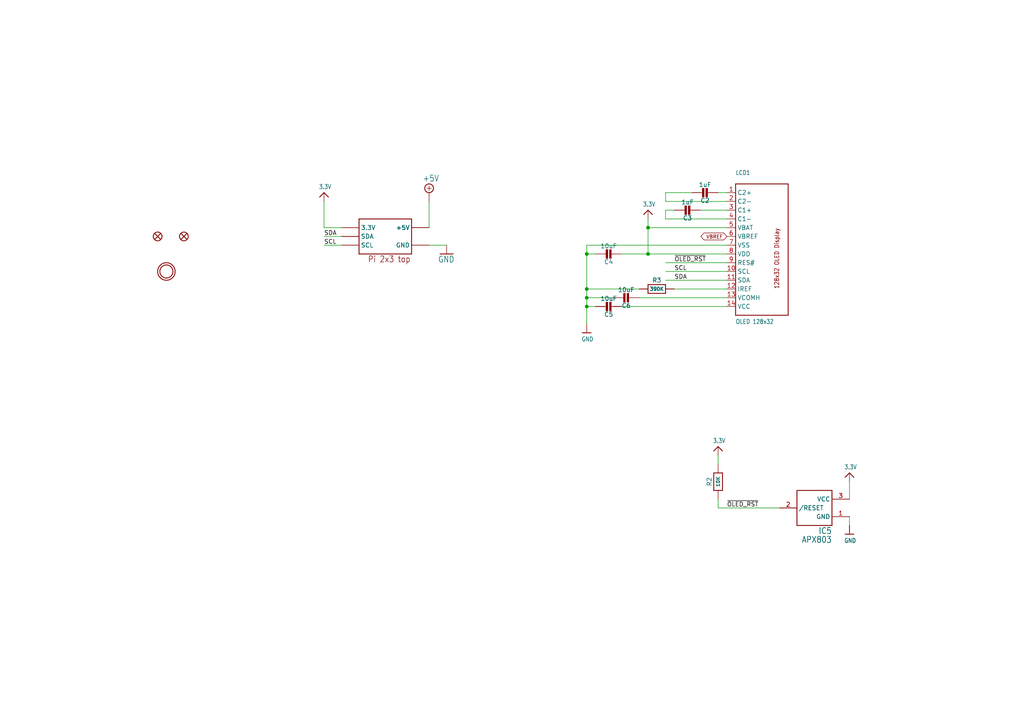
<source format=kicad_sch>
(kicad_sch (version 20230121) (generator eeschema)
  (paper "A4")
  (lib_symbols
    (symbol "working-eagle-import:+5V" (power)
      (property "Value" "+5V" (at -1.905 3.175 0))
      (symbol "+5V_1_0"
        (polyline (pts (xy -0.635 1.27) (xy 0.635 1.27)) (stroke (width 0.1524)))
        (polyline (pts (xy 0 0.635) (xy 0 1.905)) (stroke (width 0.1524)))
        (circle (center 0 1.27) (radius 1.27) (stroke (width 0.254)))
        (pin power_in line (at 0 -2.54 90) (length 2.54) (name "+5V") (number "1"))
      )
    )
    (symbol "working-eagle-import:3.3V" (power)
      (property "Value" "3.3V" (at -1.524 1.016 0))
      (symbol "3.3V_1_0"
        (polyline (pts (xy -1.27 -1.27) (xy 0 0)) (stroke (width 0.254)))
        (polyline (pts (xy 0 0) (xy 1.27 -1.27)) (stroke (width 0.254)))
        (pin power_in line (at 0 -2.54 90) (length 2.54) (name "3.3V") (number "1"))
      )
    )
    (symbol "working-eagle-import:AXP083-SAG"
      (property "Reference" "IC" (at -5.08 -7.62 0))
      (symbol "AXP083-SAG_1_0"
        (polyline (pts (xy -5.08 -5.08) (xy -5.08 5.08)) (stroke (width 0.254)))
        (polyline (pts (xy -5.08 5.08) (xy 5.08 5.08)) (stroke (width 0.254)))
        (polyline (pts (xy 5.08 -5.08) (xy -5.08 -5.08)) (stroke (width 0.254)))
        (polyline (pts (xy 5.08 5.08) (xy 5.08 -5.08)) (stroke (width 0.254)))
        (pin power_in line (at -10.16 -2.54 0) (length 5.08) (name "GND") (number "1"))
        (pin output line (at 10.16 0 180) (length 5.08) (name "/RESET") (number "2"))
        (pin power_in line (at -10.16 2.54 0) (length 5.08) (name "VCC") (number "3"))
      )
    )
    (symbol "working-eagle-import:CAP_CERAMIC0805-NOOUTLINE"
      (property "Reference" "C" (at -2.29 1.25 90))
      (symbol "CAP_CERAMIC0805-NOOUTLINE_1_0"
        (rectangle (start -1.27 0.508) (end 1.27 1.016) (fill (type outline)))
        (rectangle (start -1.27 1.524) (end 1.27 2.032) (fill (type outline)))
        (polyline (pts (xy 0 0.762) (xy 0 0)) (stroke (width 0.1524)))
        (polyline (pts (xy 0 2.54) (xy 0 1.778)) (stroke (width 0.1524)))
        (pin passive line (at 0 5.08 270) (length 2.54) (name "1") (number "1"))
        (pin passive line (at 0 -2.54 90) (length 2.54) (name "2") (number "2"))
      )
    )
    (symbol "working-eagle-import:DISP_OLED_UG-2832HSWEG02"
      (property "Reference" "LCD" (at -7.62 22.86 0))
      (symbol "DISP_OLED_UG-2832HSWEG02_1_0"
        (polyline (pts (xy -7.62 -17.78) (xy 7.62 -17.78)) (stroke (width 0.254)))
        (polyline (pts (xy -7.62 20.32) (xy -7.62 -17.78)) (stroke (width 0.254)))
        (polyline (pts (xy 7.62 -17.78) (xy 7.62 20.32)) (stroke (width 0.254)))
        (polyline (pts (xy 7.62 20.32) (xy -7.62 20.32)) (stroke (width 0.254)))
        (text "128x32 OLED Display" (at 5.08 -10.16 900) (effects (font (size 1.27 1.0795)) (justify left bottom)))
        (pin bidirectional line (at -10.16 17.78 0) (length 2.54) (name "C2+") (number "1"))
        (pin bidirectional line (at -10.16 -5.08 0) (length 2.54) (name "SCL") (number "10"))
        (pin bidirectional line (at -10.16 -7.62 0) (length 2.54) (name "SDA") (number "11"))
        (pin bidirectional line (at -10.16 -10.16 0) (length 2.54) (name "IREF") (number "12"))
        (pin power_in line (at -10.16 -12.7 0) (length 2.54) (name "VCOMH") (number "13"))
        (pin power_in line (at -10.16 -15.24 0) (length 2.54) (name "VCC") (number "14"))
        (pin bidirectional line (at -10.16 15.24 0) (length 2.54) (name "C2-") (number "2"))
        (pin bidirectional line (at -10.16 12.7 0) (length 2.54) (name "C1+") (number "3"))
        (pin bidirectional line (at -10.16 10.16 0) (length 2.54) (name "C1-") (number "4"))
        (pin power_in line (at -10.16 7.62 0) (length 2.54) (name "VBAT") (number "5"))
        (pin power_in line (at -10.16 5.08 0) (length 2.54) (name "VBREF") (number "6"))
        (pin power_in line (at -10.16 2.54 0) (length 2.54) (name "VSS") (number "7"))
        (pin power_in line (at -10.16 0 0) (length 2.54) (name "VDD") (number "8"))
        (pin bidirectional line (at -10.16 -2.54 0) (length 2.54) (name "RES#") (number "9"))
      )
    )
    (symbol "working-eagle-import:FIDUCIAL_1MM"
      (symbol "FIDUCIAL_1MM_1_0"
        (polyline (pts (xy -0.762 0.762) (xy 0.762 -0.762)) (stroke (width 0.254)))
        (polyline (pts (xy 0.762 0.762) (xy -0.762 -0.762)) (stroke (width 0.254)))
        (circle (center 0 0) (radius 1.27) (stroke (width 0.254)))
      )
    )
    (symbol "working-eagle-import:GND" (power)
      (property "Value" "GND" (at -2.54 -2.54 0))
      (symbol "GND_1_0"
        (polyline (pts (xy -1.905 0) (xy 1.905 0)) (stroke (width 0.254)))
        (pin power_in line (at 0 2.54 270) (length 2.54) (name "GND") (number "1"))
      )
    )
    (symbol "working-eagle-import:MOUNTINGHOLE3.0THIN"
      (symbol "MOUNTINGHOLE3.0THIN_1_0"
        (circle (center 0 0) (radius 1.905) (stroke (width 0.254)))
        (circle (center 0 0) (radius 2.54) (stroke (width 0.254)))
      )
    )
    (symbol "working-eagle-import:RASPBERRYPI_2X3"
      (symbol "RASPBERRYPI_2X3_1_0"
        (polyline (pts (xy -7.62 -5.08) (xy -7.62 5.08)) (stroke (width 0.254)))
        (polyline (pts (xy -7.62 5.08) (xy 7.62 5.08)) (stroke (width 0.254)))
        (polyline (pts (xy 7.62 -5.08) (xy -7.62 -5.08)) (stroke (width 0.254)))
        (polyline (pts (xy 7.62 5.08) (xy 7.62 -5.08)) (stroke (width 0.254)))
        (text "Pi 2x3 top" (at -5.08 -7.62 0) (effects (font (size 1.778 1.5113)) (justify left bottom)))
        (pin bidirectional line (at -12.7 2.54 0) (length 5.08) (name "3.3V") (number "1"))
        (pin bidirectional line (at -12.7 2.54 0) (length 5.08) (name "3.3V") (number "1'"))
        (pin bidirectional line (at 12.7 2.54 180) (length 5.08) (name "+5V") (number "2"))
        (pin bidirectional line (at 12.7 2.54 180) (length 5.08) (name "+5V") (number "2'"))
        (pin bidirectional line (at -12.7 0 0) (length 5.08) (name "SDA") (number "3"))
        (pin bidirectional line (at -12.7 0 0) (length 5.08) (name "SDA") (number "3'"))
        (pin bidirectional line (at 12.7 2.54 180) (length 5.08) (name "+5V") (number "4"))
        (pin bidirectional line (at 12.7 2.54 180) (length 5.08) (name "+5V") (number "4'"))
        (pin bidirectional line (at -12.7 -2.54 0) (length 5.08) (name "SCL") (number "5"))
        (pin bidirectional line (at -12.7 -2.54 0) (length 5.08) (name "SCL") (number "5'"))
        (pin bidirectional line (at 12.7 -2.54 180) (length 5.08) (name "GND") (number "6"))
        (pin bidirectional line (at 12.7 -2.54 180) (length 5.08) (name "GND") (number "6'"))
      )
    )
    (symbol "working-eagle-import:RESISTOR0805_NOOUTLINE"
      (property "Reference" "R" (at 0 2.54 0))
      (symbol "RESISTOR0805_NOOUTLINE_1_0"
        (polyline (pts (xy -2.54 -1.27) (xy -2.54 1.27)) (stroke (width 0.254)))
        (polyline (pts (xy -2.54 1.27) (xy 2.54 1.27)) (stroke (width 0.254)))
        (polyline (pts (xy 2.54 -1.27) (xy -2.54 -1.27)) (stroke (width 0.254)))
        (polyline (pts (xy 2.54 1.27) (xy 2.54 -1.27)) (stroke (width 0.254)))
        (pin passive line (at -5.08 0 0) (length 2.54) (name "1") (number "1"))
        (pin passive line (at 5.08 0 180) (length 2.54) (name "2") (number "2"))
      )
    )
    (symbol "working-eagle-import:microbuilder_GND" (power)
      (property "Value" "microbuilder_GND" (at -1.524 -2.54 0))
      (symbol "microbuilder_GND_1_0"
        (polyline (pts (xy -1.27 0) (xy 1.27 0)) (stroke (width 0.254)))
        (pin power_in line (at 0 2.54 270) (length 2.54) (name "GND") (number "1"))
      )
    )
  )
  (junction (at 170.18 86.36))
  (junction (at 187.96 73.66))
  (junction (at 187.96 66.04))
  (junction (at 170.18 73.66))
  (junction (at 170.18 83.82))
  (junction (at 170.18 88.9))
  (wire (pts (xy 210.82 78.74) (xy 193.04 78.74)) (stroke (width 0.1524)))
  (wire (pts (xy 170.18 88.9) (xy 170.18 93.98)) (stroke (width 0.1524)))
  (wire (pts (xy 193.04 55.88) (xy 193.04 58.42)) (stroke (width 0.1524)))
  (wire (pts (xy 210.82 55.88) (xy 208.28 55.88)) (stroke (width 0.1524)))
  (wire (pts (xy 200.66 55.88) (xy 193.04 55.88)) (stroke (width 0.1524)))
  (wire (pts (xy 187.96 63.5) (xy 187.96 66.04)) (stroke (width 0.1524)))
  (wire (pts (xy 170.18 73.66) (xy 170.18 83.82)) (stroke (width 0.1524)))
  (wire (pts (xy 193.04 58.42) (xy 210.82 58.42)) (stroke (width 0.1524)))
  (wire (pts (xy 170.18 83.82) (xy 170.18 86.36)) (stroke (width 0.1524)))
  (wire (pts (xy 210.82 76.2) (xy 193.04 76.2)) (stroke (width 0.1524)))
  (wire (pts (xy 187.96 66.04) (xy 187.96 73.66)) (stroke (width 0.1524)))
  (wire (pts (xy 170.18 71.12) (xy 170.18 73.66)) (stroke (width 0.1524)))
  (wire (pts (xy 172.72 88.9) (xy 170.18 88.9)) (stroke (width 0.1524)))
  (wire (pts (xy 210.82 86.36) (xy 185.42 86.36)) (stroke (width 0.1524)))
  (wire (pts (xy 193.04 60.96) (xy 193.04 63.5)) (stroke (width 0.1524)))
  (wire (pts (xy 193.04 63.5) (xy 210.82 63.5)) (stroke (width 0.1524)))
  (wire (pts (xy 99.06 68.58) (xy 93.98 68.58)) (stroke (width 0.1524)))
  (wire (pts (xy 93.98 66.04) (xy 93.98 58.42)) (stroke (width 0.1524)))
  (wire (pts (xy 226.06 147.32) (xy 208.28 147.32)) (stroke (width 0.1524)))
  (wire (pts (xy 210.82 71.12) (xy 170.18 71.12)) (stroke (width 0.1524)))
  (wire (pts (xy 195.58 60.96) (xy 193.04 60.96)) (stroke (width 0.1524)))
  (wire (pts (xy 210.82 88.9) (xy 180.34 88.9)) (stroke (width 0.1524)))
  (wire (pts (xy 210.82 66.04) (xy 187.96 66.04)) (stroke (width 0.1524)))
  (wire (pts (xy 124.46 58.42) (xy 124.46 66.04)) (stroke (width 0.1524)))
  (wire (pts (xy 246.38 144.78) (xy 246.38 139.7)) (stroke (width 0.1524)))
  (wire (pts (xy 210.82 73.66) (xy 187.96 73.66)) (stroke (width 0.1524)))
  (wire (pts (xy 172.72 73.66) (xy 170.18 73.66)) (stroke (width 0.1524)))
  (wire (pts (xy 208.28 134.62) (xy 208.28 132.08)) (stroke (width 0.1524)))
  (wire (pts (xy 124.46 71.12) (xy 129.54 71.12)) (stroke (width 0.1524)))
  (wire (pts (xy 185.42 83.82) (xy 170.18 83.82)) (stroke (width 0.1524)))
  (wire (pts (xy 246.38 149.86) (xy 246.38 152.4)) (stroke (width 0.1524)))
  (wire (pts (xy 177.8 86.36) (xy 170.18 86.36)) (stroke (width 0.1524)))
  (wire (pts (xy 210.82 81.28) (xy 193.04 81.28)) (stroke (width 0.1524)))
  (wire (pts (xy 210.82 83.82) (xy 195.58 83.82)) (stroke (width 0.1524)))
  (wire (pts (xy 208.28 147.32) (xy 208.28 144.78)) (stroke (width 0.1524)))
  (wire (pts (xy 99.06 66.04) (xy 93.98 66.04)) (stroke (width 0.1524)))
  (wire (pts (xy 210.82 60.96) (xy 203.2 60.96)) (stroke (width 0.1524)))
  (wire (pts (xy 93.98 71.12) (xy 99.06 71.12)) (stroke (width 0.1524)))
  (wire (pts (xy 170.18 86.36) (xy 170.18 88.9)) (stroke (width 0.1524)))
  (wire (pts (xy 187.96 73.66) (xy 180.34 73.66)) (stroke (width 0.1524)))
  (label "~{OLED_RST}" (at 195.58 76.2 0) (effects (font (size 1.2446 1.2446))))
  (label "SDA" (at 195.58 81.28 0) (effects (font (size 1.2446 1.2446))))
  (label "SCL" (at 195.58 78.74 0) (effects (font (size 1.2446 1.2446))))
  (label "~{OLED_RST}" (at 210.82 147.32 0) (effects (font (size 1.2446 1.2446))))
  (label "SCL" (at 93.98 71.12 0) (effects (font (size 1.2446 1.2446))))
  (label "SDA" (at 93.98 68.58 0) (effects (font (size 1.2446 1.2446))))
  (global_label "VBREF" (shape bidirectional) (at 210.82 68.58 180) (effects (font (size 1.016 1.016))) (property "Intersheetrefs" "${INTERSHEET_REFS}" (effects hide)))
  (symbol (lib_id "working-eagle-import:GND") (at 129.54 73.66 0) (unit 1)
    (property "Reference" "#GND3" (effects hide))
    (property "Value" "GND" (at 127 76.2 0) (effects (font (size 1.778 1.5113)) (justify left bottom)))
  )
  (symbol (lib_id "working-eagle-import:RASPBERRYPI_2X3") (at 111.76 68.58 0) (unit 1)
    (property "Reference" "RPI1" (effects hide))
    (property "Value" "RASPBERRYPI_2X3" (effects hide))
    (property "Footprint" "working:RASPBERRYPI_2X3_THMSMT" (effects hide))
  )
  (symbol (lib_id "working-eagle-import:3.3V") (at 246.38 137.16 0) (unit 1)
    (property "Reference" "#U$31" (effects hide))
    (property "Value" "3.3V" (at 244.856 136.144 0) (effects (font (size 1.27 1.0795)) (justify left bottom)))
  )
  (symbol (lib_id "working-eagle-import:microbuilder_GND") (at 170.18 96.52 0) (unit 1)
    (property "Reference" "#U$6" (effects hide))
    (property "Value" "GND" (at 168.656 99.06 0) (effects (font (size 1.27 1.0795)) (justify left bottom)))
  )
  (symbol (lib_id "working-eagle-import:CAP_CERAMIC0805-NOOUTLINE") (at 205.74 55.88 90) (unit 1)
    (property "Reference" "C2" (at 204.49 58.17 90))
    (property "Value" "1uF" (at 204.49 53.58 90))
    (property "Footprint" "working:0805-NO" (effects hide))
  )
  (symbol (lib_id "working-eagle-import:3.3V") (at 187.96 60.96 0) (unit 1)
    (property "Reference" "#U$7" (effects hide))
    (property "Value" "3.3V" (at 186.436 59.944 0) (effects (font (size 1.27 1.0795)) (justify left bottom)))
  )
  (symbol (lib_id "working-eagle-import:+5V") (at 124.46 55.88 0) (unit 1)
    (property "Reference" "#SUPPLY1" (effects hide))
    (property "Value" "+5V" (at 122.555 52.705 0) (effects (font (size 1.778 1.5113)) (justify left bottom)))
  )
  (symbol (lib_id "working-eagle-import:CAP_CERAMIC0805-NOOUTLINE") (at 182.88 86.36 90) (unit 1)
    (property "Reference" "C6" (at 181.63 88.65 90))
    (property "Value" "10uF" (at 181.63 84.06 90))
    (property "Footprint" "working:0805-NO" (effects hide))
  )
  (symbol (lib_id "working-eagle-import:RESISTOR0805_NOOUTLINE") (at 190.5 83.82 0) (unit 1)
    (property "Reference" "R3" (at 190.5 81.28 0))
    (property "Value" "390K" (at 190.5 83.82 0) (effects (font (size 1.016 1.016) bold)))
    (property "Footprint" "working:0805-NO" (effects hide))
  )
  (symbol (lib_id "working-eagle-import:CAP_CERAMIC0805-NOOUTLINE") (at 177.8 73.66 90) (unit 1)
    (property "Reference" "C4" (at 176.55 75.95 90))
    (property "Value" "10uF" (at 176.55 71.36 90))
    (property "Footprint" "working:0805-NO" (effects hide))
  )
  (symbol (lib_id "working-eagle-import:CAP_CERAMIC0805-NOOUTLINE") (at 177.8 88.9 90) (unit 1)
    (property "Reference" "C5" (at 176.55 91.19 90))
    (property "Value" "10uF" (at 176.55 86.6 90))
    (property "Footprint" "working:0805-NO" (effects hide))
  )
  (symbol (lib_id "working-eagle-import:microbuilder_GND") (at 246.38 154.94 0) (unit 1)
    (property "Reference" "#U$17" (effects hide))
    (property "Value" "GND" (at 244.856 157.48 0) (effects (font (size 1.27 1.0795)) (justify left bottom)))
  )
  (symbol (lib_id "working-eagle-import:FIDUCIAL_1MM") (at 53.34 68.58 0) (unit 1)
    (property "Reference" "FID4" (effects hide))
    (property "Value" "FIDUCIAL_1MM" (effects hide))
    (property "Footprint" "working:FIDUCIAL_1MM" (effects hide))
  )
  (symbol (lib_id "working-eagle-import:DISP_OLED_UG-2832HSWEG02") (at 220.98 73.66 0) (unit 1)
    (property "Reference" "LCD1" (at 213.36 50.8 0) (effects (font (size 1.27 1.0795)) (justify left bottom)))
    (property "Value" "OLED 128x32" (at 213.36 93.98 0) (effects (font (size 1.27 1.0795)) (justify left bottom)))
    (property "Footprint" "working:UG-2832HSWEG02_WRAPUNDER" (effects hide))
  )
  (symbol (lib_id "working-eagle-import:RESISTOR0805_NOOUTLINE") (at 208.28 139.7 90) (unit 1)
    (property "Reference" "R2" (at 205.74 139.7 0))
    (property "Value" "10K" (at 208.28 139.7 0) (effects (font (size 1.016 1.016) bold)))
    (property "Footprint" "working:0805-NO" (effects hide))
  )
  (symbol (lib_id "working-eagle-import:AXP083-SAG") (at 236.22 147.32 0) (mirror y) (unit 1)
    (property "Reference" "IC5" (at 241.3 154.94 0) (effects (font (size 1.778 1.5113)) (justify left bottom)))
    (property "Value" "APX803" (at 241.3 157.48 0) (effects (font (size 1.778 1.5113)) (justify left bottom)))
    (property "Footprint" "working:SOT23" (effects hide))
  )
  (symbol (lib_id "working-eagle-import:FIDUCIAL_1MM") (at 45.72 68.58 0) (unit 1)
    (property "Reference" "FID3" (effects hide))
    (property "Value" "FIDUCIAL_1MM" (effects hide))
    (property "Footprint" "working:FIDUCIAL_1MM" (effects hide))
  )
  (symbol (lib_id "working-eagle-import:MOUNTINGHOLE3.0THIN") (at 48.26 78.74 0) (unit 1)
    (property "Reference" "U$4" (effects hide))
    (property "Value" "MOUNTINGHOLE3.0THIN" (effects hide))
    (property "Footprint" "working:MOUNTINGHOLE_3.0_PLATEDTHIN" (effects hide))
  )
  (symbol (lib_id "working-eagle-import:CAP_CERAMIC0805-NOOUTLINE") (at 200.66 60.96 90) (unit 1)
    (property "Reference" "C3" (at 199.41 63.25 90))
    (property "Value" "1uF" (at 199.41 58.66 90))
    (property "Footprint" "working:0805-NO" (effects hide))
  )
  (symbol (lib_id "working-eagle-import:3.3V") (at 93.98 55.88 0) (unit 1)
    (property "Reference" "#U$5" (effects hide))
    (property "Value" "3.3V" (at 92.456 54.864 0) (effects (font (size 1.27 1.0795)) (justify left bottom)))
  )
  (symbol (lib_id "working-eagle-import:3.3V") (at 208.28 129.54 0) (unit 1)
    (property "Reference" "#U$21" (effects hide))
    (property "Value" "3.3V" (at 206.756 128.524 0) (effects (font (size 1.27 1.0795)) (justify left bottom)))
  )
)
</source>
